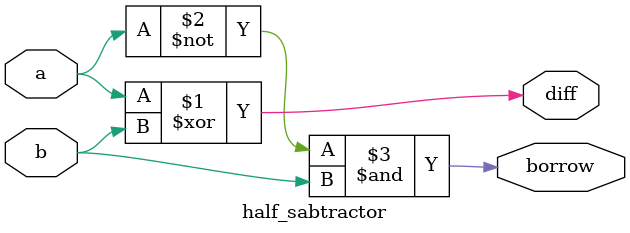
<source format=v>
`timescale 1ns / 1ps


module half_sabtractor(
    input a,b,
    output diff,borrow
    );
    assign diff=a^b;
    assign borrow=~a&b;
endmodule

</source>
